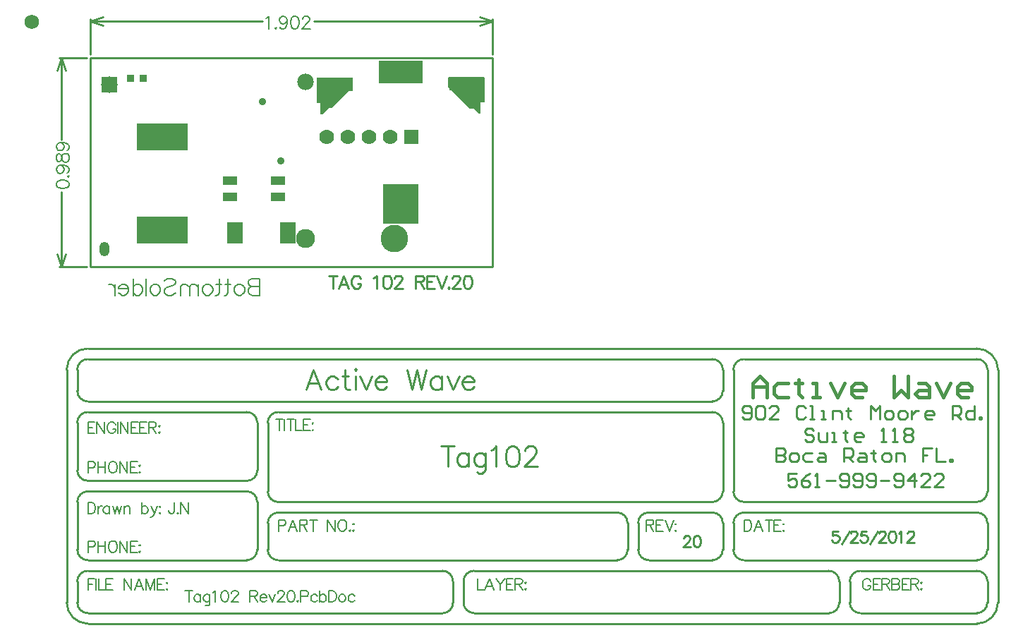
<source format=gbs>
%FSLAX25Y25*%
%MOIN*%
G70*
G01*
G75*
G04 Layer_Color=16711935*
%ADD10C,0.03000*%
%ADD11R,0.03600X0.03600*%
%ADD12R,0.05000X0.03600*%
%ADD13R,0.08000X0.06000*%
%ADD14R,0.02362X0.02362*%
%ADD15C,0.04000*%
%ADD16R,0.07400X0.04500*%
%ADD17R,0.03600X0.03600*%
%ADD18R,0.03600X0.05000*%
%ADD19R,0.02000X0.05000*%
%ADD20R,0.06299X0.05906*%
%ADD21R,0.02362X0.10000*%
%ADD22R,0.02362X0.09000*%
%ADD23R,0.07000X0.02362*%
%ADD24R,0.09000X0.02362*%
%ADD25O,0.02400X0.08000*%
%ADD26R,0.01378X0.03543*%
%ADD27R,0.01378X0.03543*%
%ADD28O,0.01600X0.06000*%
%ADD29O,0.01600X0.06000*%
%ADD30R,0.03000X0.03000*%
%ADD31R,0.03000X0.03000*%
%ADD32C,0.01000*%
%ADD33C,0.01228*%
%ADD34C,0.02000*%
%ADD35C,0.01200*%
%ADD36C,0.00800*%
%ADD37C,0.01400*%
%ADD38C,0.01500*%
%ADD39C,0.02500*%
%ADD40C,0.01600*%
%ADD41C,0.00600*%
%ADD42C,0.00900*%
%ADD43C,0.00500*%
%ADD44C,0.12200*%
%ADD45C,0.07000*%
%ADD46O,0.04000X0.06000*%
%ADD47C,0.06200*%
%ADD48R,0.06200X0.06200*%
%ADD49C,0.06000*%
%ADD50C,0.02800*%
%ADD51R,0.05700X0.03500*%
%ADD52R,0.07000X0.07000*%
%ADD53R,0.06693X0.09055*%
%ADD54R,0.23622X0.11811*%
%ADD55R,0.16000X0.18000*%
%ADD56R,0.20000X0.10000*%
%ADD57C,0.02000*%
%ADD58C,0.03200*%
%ADD59C,0.00984*%
%ADD60C,0.03500*%
%ADD61R,0.05500X0.07800*%
%ADD62R,0.05500X0.08300*%
%ADD63R,0.03200X0.03600*%
%ADD64R,0.27300X0.01800*%
%ADD65R,0.04400X0.04400*%
%ADD66R,0.05800X0.04400*%
%ADD67R,0.08800X0.06800*%
%ADD68R,0.03162X0.03162*%
%ADD69C,0.04800*%
%ADD70R,0.08200X0.05300*%
%ADD71R,0.04400X0.04400*%
%ADD72R,0.04400X0.05800*%
%ADD73R,0.02800X0.05800*%
%ADD74R,0.07099X0.06706*%
%ADD75R,0.03162X0.10800*%
%ADD76R,0.03162X0.09800*%
%ADD77R,0.07800X0.03162*%
%ADD78R,0.09800X0.03162*%
%ADD79O,0.03200X0.08800*%
%ADD80R,0.01778X0.03943*%
%ADD81R,0.01778X0.03943*%
%ADD82O,0.02000X0.06400*%
%ADD83O,0.02000X0.06400*%
%ADD84R,0.03800X0.03800*%
%ADD85R,0.03800X0.03800*%
%ADD86C,0.13000*%
%ADD87C,0.07800*%
%ADD88C,0.09000*%
%ADD89O,0.04800X0.06800*%
%ADD90C,0.06800*%
%ADD91C,0.03600*%
%ADD92R,0.06500X0.04300*%
%ADD93R,0.07800X0.07800*%
%ADD94R,0.07493X0.09855*%
%ADD95R,0.24422X0.12611*%
%ADD96R,0.16800X0.18800*%
%ADD97R,0.20800X0.10800*%
G36*
X700Y-3400D02*
X-900D01*
Y-8500D01*
X-1700D01*
X-12700Y2500D01*
X-15800D01*
Y7200D01*
X700D01*
Y-3400D01*
D02*
G37*
G36*
X-61300Y4100D02*
X-71400Y-6000D01*
X-75500D01*
Y-3100D01*
X-78200D01*
Y8200D01*
X-61300D01*
Y4100D01*
D02*
G37*
D32*
X-200000Y17800D02*
X-186900D01*
X-200000Y-81100D02*
X-186900D01*
X-199000Y-20838D02*
Y17800D01*
Y-81100D02*
Y-45662D01*
X-201000Y11800D02*
X-199000Y17800D01*
X-197000Y11800D01*
X-199000Y-81100D02*
X-197000Y-75100D01*
X-201000D02*
X-199000Y-81100D01*
X4800Y19300D02*
Y36000D01*
X-185400Y19300D02*
Y36000D01*
X-79817Y35000D02*
X4800D01*
X-185400D02*
X-103983D01*
X-1200Y37000D02*
X4800Y35000D01*
X-1200Y33000D02*
X4800Y35000D01*
X-185400D02*
X-179400Y33000D01*
X-185400Y35000D02*
X-179400Y37000D01*
X4800Y-81100D02*
Y17800D01*
X-185400D02*
X4800D01*
X-185400Y-81100D02*
X4800D01*
X-185400D02*
Y17800D01*
X-70600Y-85201D02*
Y-91200D01*
X-72600Y-85201D02*
X-68601D01*
X-63316Y-91200D02*
X-65601Y-85201D01*
X-67887Y-91200D01*
X-67030Y-89200D02*
X-64173D01*
X-57632Y-86629D02*
X-57917Y-86058D01*
X-58489Y-85487D01*
X-59060Y-85201D01*
X-60203D01*
X-60774Y-85487D01*
X-61345Y-86058D01*
X-61631Y-86629D01*
X-61917Y-87486D01*
Y-88915D01*
X-61631Y-89772D01*
X-61345Y-90343D01*
X-60774Y-90914D01*
X-60203Y-91200D01*
X-59060D01*
X-58489Y-90914D01*
X-57917Y-90343D01*
X-57632Y-89772D01*
Y-88915D01*
X-59060D02*
X-57632D01*
X-51547Y-86344D02*
X-50976Y-86058D01*
X-50119Y-85201D01*
Y-91200D01*
X-45434Y-85201D02*
X-46291Y-85487D01*
X-46863Y-86344D01*
X-47148Y-87772D01*
Y-88629D01*
X-46863Y-90057D01*
X-46291Y-90914D01*
X-45434Y-91200D01*
X-44863D01*
X-44006Y-90914D01*
X-43435Y-90057D01*
X-43149Y-88629D01*
Y-87772D01*
X-43435Y-86344D01*
X-44006Y-85487D01*
X-44863Y-85201D01*
X-45434D01*
X-41521Y-86629D02*
Y-86344D01*
X-41235Y-85773D01*
X-40950Y-85487D01*
X-40378Y-85201D01*
X-39236D01*
X-38664Y-85487D01*
X-38379Y-85773D01*
X-38093Y-86344D01*
Y-86915D01*
X-38379Y-87486D01*
X-38950Y-88344D01*
X-41807Y-91200D01*
X-37808D01*
X-31752Y-85201D02*
Y-91200D01*
Y-85201D02*
X-29181D01*
X-28324Y-85487D01*
X-28038Y-85773D01*
X-27753Y-86344D01*
Y-86915D01*
X-28038Y-87486D01*
X-28324Y-87772D01*
X-29181Y-88058D01*
X-31752D01*
X-29752D02*
X-27753Y-91200D01*
X-22696Y-85201D02*
X-26410D01*
Y-91200D01*
X-22696D01*
X-26410Y-88058D02*
X-24125D01*
X-21697Y-85201D02*
X-19411Y-91200D01*
X-17126Y-85201D02*
X-19411Y-91200D01*
X-16069Y-90629D02*
X-16355Y-90914D01*
X-16069Y-91200D01*
X-15784Y-90914D01*
X-16069Y-90629D01*
X-14184Y-86629D02*
Y-86344D01*
X-13898Y-85773D01*
X-13613Y-85487D01*
X-13041Y-85201D01*
X-11899D01*
X-11327Y-85487D01*
X-11042Y-85773D01*
X-10756Y-86344D01*
Y-86915D01*
X-11042Y-87486D01*
X-11613Y-88344D01*
X-14470Y-91200D01*
X-10470D01*
X-7414Y-85201D02*
X-8271Y-85487D01*
X-8842Y-86344D01*
X-9128Y-87772D01*
Y-88629D01*
X-8842Y-90057D01*
X-8271Y-90914D01*
X-7414Y-91200D01*
X-6843D01*
X-5986Y-90914D01*
X-5414Y-90057D01*
X-5129Y-88629D01*
Y-87772D01*
X-5414Y-86344D01*
X-5986Y-85487D01*
X-6843Y-85201D01*
X-7414D01*
X-14008Y-229618D02*
G03*
X-19008Y-224618I-5000J0D01*
G01*
X-18892Y-244618D02*
G03*
X-14010Y-239650I84J4800D01*
G01*
X-4008Y-224618D02*
G03*
X-9008Y-229618I0J-5000D01*
G01*
Y-239618D02*
G03*
X-4095Y-244617I5000J0D01*
G01*
X168492Y-229618D02*
G03*
X163492Y-224618I-5000J0D01*
G01*
X163608Y-244618D02*
G03*
X168490Y-239650I84J4800D01*
G01*
X173492Y-239718D02*
G03*
X178478Y-244617I4900J0D01*
G01*
X178492Y-224618D02*
G03*
X173492Y-229618I0J-5000D01*
G01*
X-106508Y-154518D02*
G03*
X-111408Y-149618I-4900J0D01*
G01*
X-111308Y-182118D02*
G03*
X-106508Y-177318I0J4800D01*
G01*
Y-192018D02*
G03*
X-111579Y-187121I-4900J0D01*
G01*
X-101508Y-187218D02*
G03*
X-96608Y-192118I4900J0D01*
G01*
X-101508Y-214718D02*
G03*
X-96608Y-219618I4900J0D01*
G01*
X-111408D02*
G03*
X-106508Y-214718I0J4900D01*
G01*
X68492Y-202018D02*
G03*
X63592Y-197118I-4900J0D01*
G01*
Y-219618D02*
G03*
X68491Y-214632I0J4900D01*
G01*
X73492Y-214518D02*
G03*
X78503Y-219617I5100J0D01*
G01*
X78292Y-197118D02*
G03*
X73499Y-202169I0J-4800D01*
G01*
X-96508Y-197118D02*
G03*
X-101508Y-202118I0J-5000D01*
G01*
X-96508Y-149618D02*
G03*
X-101508Y-154618I0J-5000D01*
G01*
X-191508Y-214618D02*
G03*
X-186595Y-219617I5000J0D01*
G01*
X-186508Y-187118D02*
G03*
X-191508Y-192118I0J-5000D01*
G01*
Y-177118D02*
G03*
X-186508Y-182118I5000J0D01*
G01*
Y-149618D02*
G03*
X-191508Y-154618I0J-5000D01*
G01*
Y-139618D02*
G03*
X-186508Y-144618I5000J0D01*
G01*
Y-124618D02*
G03*
X-191508Y-129618I0J-5000D01*
G01*
X113492D02*
G03*
X108492Y-124618I-5000J0D01*
G01*
X123492D02*
G03*
X118492Y-129618I0J-5000D01*
G01*
X108492Y-144618D02*
G03*
X113492Y-139618I0J5000D01*
G01*
Y-154618D02*
G03*
X108492Y-149618I-5000J0D01*
G01*
X-186508Y-224618D02*
G03*
X-191508Y-229618I0J-5000D01*
G01*
X108579Y-192118D02*
G03*
X113493Y-187118I-87J5000D01*
G01*
X-191508Y-239618D02*
G03*
X-186595Y-244617I5000J0D01*
G01*
X113492Y-202018D02*
G03*
X108592Y-197118I-4900J0D01*
G01*
X118492Y-214718D02*
G03*
X123477Y-219617I4900J0D01*
G01*
X108492Y-219618D02*
G03*
X113492Y-214618I0J5000D01*
G01*
X233492Y-244618D02*
G03*
X238492Y-239618I0J5000D01*
G01*
X238492Y-229530D02*
G03*
X233492Y-224617I-5000J-87D01*
G01*
Y-219618D02*
G03*
X238492Y-214618I0J5000D01*
G01*
Y-129518D02*
G03*
X233421Y-124621I-4900J0D01*
G01*
X243492Y-129618D02*
G03*
X233492Y-119618I-10000J0D01*
G01*
Y-249618D02*
G03*
X243492Y-239618I0J10000D01*
G01*
X-196508Y-239518D02*
G03*
X-186584Y-249616I10100J0D01*
G01*
X-186508Y-119618D02*
G03*
X-196508Y-129618I0J-10000D01*
G01*
X118492Y-187118D02*
G03*
X123492Y-192118I5000J0D01*
G01*
X233492D02*
G03*
X238492Y-187118I0J5000D01*
G01*
X123492Y-197118D02*
G03*
X118492Y-202118I0J-5000D01*
G01*
X238492Y-202018D02*
G03*
X233592Y-197118I-4900J0D01*
G01*
X-4008Y-244618D02*
X163492D01*
X-186508D02*
X-19008D01*
X-186508Y-224618D02*
X-19008D01*
X-4008D02*
X163492D01*
X178492Y-244618D02*
X233492D01*
X178492Y-224618D02*
X233492D01*
X-186508Y-124618D02*
X108492D01*
X-186508Y-249618D02*
X233492D01*
X-186508Y-119618D02*
X233492D01*
X-186508Y-219618D02*
X-111508D01*
X-186508Y-187118D02*
X-111508D01*
X-186508Y-182118D02*
X-111508D01*
X-186508Y-149618D02*
X-111508D01*
X-186508Y-144618D02*
X108492D01*
X-96508Y-149618D02*
X108492D01*
X-96508Y-197118D02*
X63492D01*
X-96508Y-219618D02*
X63492D01*
X78492D02*
X108492D01*
X78492Y-197118D02*
X108492D01*
X123492Y-219618D02*
X233492D01*
X123492Y-124618D02*
X233492D01*
X-96508Y-192118D02*
X108492D01*
X123492D02*
X233492D01*
X123492Y-197118D02*
X233492D01*
X-14008Y-239618D02*
Y-229618D01*
X-9008Y-239618D02*
Y-229618D01*
X168492Y-239618D02*
Y-229618D01*
X173492Y-239618D02*
Y-229618D01*
X243492Y-239618D02*
Y-129618D01*
X-191508Y-214618D02*
Y-192118D01*
X-106508Y-214618D02*
Y-192118D01*
X-191508Y-177118D02*
Y-154618D01*
X-106508Y-177118D02*
Y-154618D01*
X-191508Y-139618D02*
Y-129618D01*
X113492Y-139618D02*
Y-129618D01*
Y-187118D02*
Y-154618D01*
X-101508Y-187118D02*
Y-154618D01*
X68492Y-214618D02*
Y-202118D01*
X-101508Y-214618D02*
Y-202118D01*
X73492Y-214618D02*
Y-202118D01*
X113492Y-214618D02*
Y-202118D01*
X238492Y-239618D02*
Y-229618D01*
X-191508Y-239618D02*
Y-229618D01*
X-196508Y-239618D02*
Y-129618D01*
X118492Y-187118D02*
Y-129618D01*
X238492Y-187118D02*
Y-129618D01*
X118492Y-214618D02*
Y-202118D01*
X238492Y-214618D02*
Y-202018D01*
X138652Y-166692D02*
Y-173090D01*
X141851D01*
X142918Y-172023D01*
Y-170957D01*
X141851Y-169891D01*
X138652D01*
X141851D01*
X142918Y-168825D01*
Y-167758D01*
X141851Y-166692D01*
X138652D01*
X146116Y-173090D02*
X148249D01*
X149316Y-172023D01*
Y-169891D01*
X148249Y-168825D01*
X146116D01*
X145050Y-169891D01*
Y-172023D01*
X146116Y-173090D01*
X155713Y-168825D02*
X152514D01*
X151448Y-169891D01*
Y-172023D01*
X152514Y-173090D01*
X155713D01*
X158912Y-168825D02*
X161045D01*
X162111Y-169891D01*
Y-173090D01*
X158912D01*
X157846Y-172023D01*
X158912Y-170957D01*
X162111D01*
X170642Y-173090D02*
Y-166692D01*
X173841D01*
X174907Y-167758D01*
Y-169891D01*
X173841Y-170957D01*
X170642D01*
X172775D02*
X174907Y-173090D01*
X178106Y-168825D02*
X180239D01*
X181305Y-169891D01*
Y-173090D01*
X178106D01*
X177040Y-172023D01*
X178106Y-170957D01*
X181305D01*
X184504Y-167758D02*
Y-168825D01*
X183438D01*
X185570D01*
X184504D01*
Y-172023D01*
X185570Y-173090D01*
X189836D02*
X191968D01*
X193035Y-172023D01*
Y-169891D01*
X191968Y-168825D01*
X189836D01*
X188769Y-169891D01*
Y-172023D01*
X189836Y-173090D01*
X195167D02*
Y-168825D01*
X198366D01*
X199433Y-169891D01*
Y-173090D01*
X212228Y-166692D02*
X207963D01*
Y-169891D01*
X210096D01*
X207963D01*
Y-173090D01*
X214361Y-166692D02*
Y-173090D01*
X218626D01*
X220759D02*
Y-172023D01*
X221825D01*
Y-173090D01*
X220759D01*
X122652Y-152023D02*
X123719Y-153090D01*
X125851D01*
X126918Y-152023D01*
Y-147758D01*
X125851Y-146692D01*
X123719D01*
X122652Y-147758D01*
Y-148825D01*
X123719Y-149891D01*
X126918D01*
X129050Y-147758D02*
X130116Y-146692D01*
X132249D01*
X133316Y-147758D01*
Y-152023D01*
X132249Y-153090D01*
X130116D01*
X129050Y-152023D01*
Y-147758D01*
X139713Y-153090D02*
X135448D01*
X139713Y-148825D01*
Y-147758D01*
X138647Y-146692D01*
X136514D01*
X135448Y-147758D01*
X152509D02*
X151443Y-146692D01*
X149310D01*
X148244Y-147758D01*
Y-152023D01*
X149310Y-153090D01*
X151443D01*
X152509Y-152023D01*
X154642Y-153090D02*
X156774D01*
X155708D01*
Y-146692D01*
X154642D01*
X159974Y-153090D02*
X162106D01*
X161040D01*
Y-148825D01*
X159974D01*
X165305Y-153090D02*
Y-148825D01*
X168504D01*
X169570Y-149891D01*
Y-153090D01*
X172769Y-147758D02*
Y-148825D01*
X171703D01*
X173836D01*
X172769D01*
Y-152023D01*
X173836Y-153090D01*
X183433D02*
Y-146692D01*
X185565Y-148825D01*
X187698Y-146692D01*
Y-153090D01*
X190897D02*
X193029D01*
X194096Y-152023D01*
Y-149891D01*
X193029Y-148825D01*
X190897D01*
X189831Y-149891D01*
Y-152023D01*
X190897Y-153090D01*
X197295D02*
X199427D01*
X200494Y-152023D01*
Y-149891D01*
X199427Y-148825D01*
X197295D01*
X196228Y-149891D01*
Y-152023D01*
X197295Y-153090D01*
X202626Y-148825D02*
Y-153090D01*
Y-150957D01*
X203693Y-149891D01*
X204759Y-148825D01*
X205825D01*
X212223Y-153090D02*
X210091D01*
X209024Y-152023D01*
Y-149891D01*
X210091Y-148825D01*
X212223D01*
X213290Y-149891D01*
Y-150957D01*
X209024D01*
X221820Y-153090D02*
Y-146692D01*
X225019D01*
X226085Y-147758D01*
Y-149891D01*
X225019Y-150957D01*
X221820D01*
X223953D02*
X226085Y-153090D01*
X232483Y-146692D02*
Y-153090D01*
X229284D01*
X228218Y-152023D01*
Y-149891D01*
X229284Y-148825D01*
X232483D01*
X234616Y-153090D02*
Y-152023D01*
X235682D01*
Y-153090D01*
X234616D01*
X148417Y-178692D02*
X144152D01*
Y-181891D01*
X146285Y-180824D01*
X147351D01*
X148417Y-181891D01*
Y-184023D01*
X147351Y-185090D01*
X145219D01*
X144152Y-184023D01*
X154815Y-178692D02*
X152683Y-179758D01*
X150550Y-181891D01*
Y-184023D01*
X151617Y-185090D01*
X153749D01*
X154815Y-184023D01*
Y-182957D01*
X153749Y-181891D01*
X150550D01*
X156948Y-185090D02*
X159081D01*
X158014D01*
Y-178692D01*
X156948Y-179758D01*
X162280Y-181891D02*
X166545D01*
X168678Y-184023D02*
X169744Y-185090D01*
X171877D01*
X172943Y-184023D01*
Y-179758D01*
X171877Y-178692D01*
X169744D01*
X168678Y-179758D01*
Y-180824D01*
X169744Y-181891D01*
X172943D01*
X175076Y-184023D02*
X176142Y-185090D01*
X178275D01*
X179341Y-184023D01*
Y-179758D01*
X178275Y-178692D01*
X176142D01*
X175076Y-179758D01*
Y-180824D01*
X176142Y-181891D01*
X179341D01*
X181474Y-184023D02*
X182540Y-185090D01*
X184672D01*
X185739Y-184023D01*
Y-179758D01*
X184672Y-178692D01*
X182540D01*
X181474Y-179758D01*
Y-180824D01*
X182540Y-181891D01*
X185739D01*
X187871D02*
X192137D01*
X194269Y-184023D02*
X195336Y-185090D01*
X197468D01*
X198535Y-184023D01*
Y-179758D01*
X197468Y-178692D01*
X195336D01*
X194269Y-179758D01*
Y-180824D01*
X195336Y-181891D01*
X198535D01*
X203866Y-185090D02*
Y-178692D01*
X200667Y-181891D01*
X204933D01*
X211331Y-185090D02*
X207065D01*
X211331Y-180824D01*
Y-179758D01*
X210264Y-178692D01*
X208132D01*
X207065Y-179758D01*
X217728Y-185090D02*
X213463D01*
X217728Y-180824D01*
Y-179758D01*
X216662Y-178692D01*
X214529D01*
X213463Y-179758D01*
X156418Y-158258D02*
X155351Y-157192D01*
X153219D01*
X152152Y-158258D01*
Y-159325D01*
X153219Y-160391D01*
X155351D01*
X156418Y-161457D01*
Y-162523D01*
X155351Y-163590D01*
X153219D01*
X152152Y-162523D01*
X158550Y-159325D02*
Y-162523D01*
X159616Y-163590D01*
X162815D01*
Y-159325D01*
X164948Y-163590D02*
X167081D01*
X166014D01*
Y-159325D01*
X164948D01*
X171346Y-158258D02*
Y-159325D01*
X170280D01*
X172412D01*
X171346D01*
Y-162523D01*
X172412Y-163590D01*
X178810D02*
X176678D01*
X175611Y-162523D01*
Y-160391D01*
X176678Y-159325D01*
X178810D01*
X179877Y-160391D01*
Y-161457D01*
X175611D01*
X188407Y-163590D02*
X190540D01*
X189473D01*
Y-157192D01*
X188407Y-158258D01*
X193739Y-163590D02*
X195871D01*
X194805D01*
Y-157192D01*
X193739Y-158258D01*
X199070D02*
X200137Y-157192D01*
X202269D01*
X203336Y-158258D01*
Y-159325D01*
X202269Y-160391D01*
X203336Y-161457D01*
Y-162523D01*
X202269Y-163590D01*
X200137D01*
X199070Y-162523D01*
Y-161457D01*
X200137Y-160391D01*
X199070Y-159325D01*
Y-158258D01*
X200137Y-160391D02*
X202269D01*
D36*
X-15700Y3700D02*
X800D01*
X-15200Y3200D02*
X800D01*
X-1600Y-3100D02*
Y8200D01*
X-1100Y-3100D02*
Y8200D01*
X400Y-3100D02*
Y8200D01*
X800Y-3100D02*
Y8200D01*
X-600Y-3100D02*
Y8200D01*
X-100Y-3100D02*
Y8200D01*
X-16100Y7200D02*
X800D01*
X-16100Y6700D02*
X800D01*
X-16100Y8200D02*
X800D01*
X-16100Y7700D02*
X800D01*
X-16100Y4700D02*
X800D01*
X-16100Y4200D02*
X800D01*
X-16100Y6200D02*
X800D01*
X-16100Y5200D02*
X800D01*
X-16100Y5700D02*
X800D01*
X-9200Y-2800D02*
X800D01*
X-1900Y-3100D02*
X800D01*
X-10200Y-1800D02*
X800D01*
X-9700Y-2300D02*
X800D01*
X-1900Y-6000D02*
Y-3100D01*
X-6000Y-6000D02*
X-1900D01*
X-6700Y-5300D02*
X-1900D01*
X-6200Y-5800D02*
X-1900D01*
X-13700Y1700D02*
X800D01*
X-13200Y1200D02*
X800D01*
X-14700Y2700D02*
X800D01*
X-14200Y2200D02*
X800D01*
X-11200Y-800D02*
X800D01*
X-10700Y-1300D02*
X800D01*
X-12700Y700D02*
X800D01*
X-11700Y-300D02*
X800D01*
X-12200Y200D02*
X800D01*
X-4600Y-6000D02*
Y8200D01*
X-4100Y-6000D02*
Y8200D01*
X-5600Y-6000D02*
Y8200D01*
X-5100Y-6000D02*
Y8200D01*
X-2600Y-6000D02*
Y8200D01*
X-2100Y-6000D02*
Y8200D01*
X-3600Y-6000D02*
Y8200D01*
X-3100Y-6000D02*
Y8200D01*
X-9100Y-2900D02*
Y8200D01*
X-8600Y-3400D02*
Y8200D01*
X-14100Y2100D02*
Y8200D01*
X-13600Y1600D02*
Y8200D01*
X-6600Y-5400D02*
Y8200D01*
X-6100Y-5900D02*
Y8200D01*
X-8100Y-3900D02*
Y8200D01*
X-7100Y-4900D02*
Y8200D01*
X-7600Y-4400D02*
Y8200D01*
X-10100Y-1900D02*
Y8200D01*
X-9600Y-2400D02*
Y8200D01*
X-11100Y-900D02*
Y8200D01*
X-10600Y-1400D02*
Y8200D01*
X-7700Y-4300D02*
X-1900D01*
X-7200Y-4800D02*
X-1900D01*
X-8700Y-3300D02*
X-1900D01*
X-8200Y-3800D02*
X-1900D01*
X-15100Y3100D02*
Y8200D01*
X-14600Y2600D02*
Y8200D01*
X-16100Y4100D02*
Y8200D01*
X-15600Y3600D02*
Y8200D01*
X-11600Y-400D02*
Y8200D01*
X-16100Y4100D02*
X-6000Y-6000D01*
X-13100Y1100D02*
Y8200D01*
X-12100Y100D02*
Y8200D01*
X-12600Y600D02*
Y8200D01*
X-61600Y2500D02*
Y7200D01*
Y2500D02*
Y7200D01*
X-62600Y2500D02*
Y7200D01*
X-62100Y2500D02*
Y7200D01*
X-63600Y2500D02*
Y7200D01*
X-63100Y2500D02*
Y7200D01*
X-65100Y2100D02*
Y7200D01*
X-64100Y2500D02*
Y7200D01*
X-64600Y2500D02*
Y7200D01*
X-78100D02*
X-61600D01*
X-78100Y6700D02*
X-61600D01*
X-66100Y1100D02*
Y7200D01*
X-65600Y1600D02*
Y7200D01*
X-67100Y100D02*
Y7200D01*
X-66600Y600D02*
Y7200D01*
X-68600Y-1400D02*
Y7200D01*
X-67600Y-400D02*
Y7200D01*
X-68100Y-900D02*
Y7200D01*
X-78100Y4700D02*
X-61600D01*
X-78100Y4200D02*
X-61600D01*
X-78100Y6200D02*
X-61600D01*
X-78100Y5700D02*
X-61600D01*
X-78100Y3700D02*
X-61600D01*
X-78100Y3200D02*
X-61600D01*
X-78100Y2700D02*
X-61600D01*
X-64700Y2500D02*
X-61600D01*
X-75700Y-8500D02*
X-64700Y2500D01*
X-78100Y5200D02*
X-61600D01*
X-78100Y2200D02*
X-65000D01*
X-78100Y1700D02*
X-65500D01*
X-78100Y1200D02*
X-66000D01*
X-78100Y700D02*
X-66500D01*
X-78100Y200D02*
X-67000D01*
X-78100Y-300D02*
X-67500D01*
X-78100Y-1300D02*
X-68500D01*
X-78100Y-800D02*
X-68000D01*
X-70100Y-2900D02*
Y7200D01*
X-69600Y-2400D02*
Y7200D01*
X-71100Y-3900D02*
Y7200D01*
X-70600Y-3400D02*
Y7200D01*
X-72100Y-4900D02*
Y7200D01*
X-71600Y-4400D02*
Y7200D01*
X-73600Y-6400D02*
Y7200D01*
X-72600Y-5400D02*
Y7200D01*
X-73100Y-5900D02*
Y7200D01*
X-77100Y-3400D02*
Y7200D01*
X-76600Y-3400D02*
Y7200D01*
X-78100Y-3400D02*
Y7200D01*
X-77600Y-3400D02*
Y7200D01*
X-74600Y-7400D02*
Y7200D01*
X-74100Y-6900D02*
Y7200D01*
X-76100Y-8500D02*
Y7200D01*
X-75100Y-7900D02*
Y7200D01*
X-75600Y-8400D02*
Y7200D01*
X-69100Y-1900D02*
Y7200D01*
X-76500Y-3800D02*
X-71000D01*
X-76500Y-4300D02*
X-71500D01*
X-76500Y-4800D02*
X-72000D01*
X-76500Y-5300D02*
X-72500D01*
X-76500Y-5800D02*
X-73000D01*
X-76500Y-8500D02*
Y-3400D01*
Y-8300D02*
X-75500D01*
X-76500Y-7800D02*
X-75000D01*
X-78100Y-1800D02*
X-69000D01*
X-78100Y-2300D02*
X-69500D01*
X-78100Y-2800D02*
X-70000D01*
X-78100Y-3300D02*
X-70500D01*
X-76500Y-6300D02*
X-73500D01*
X-76500Y-6800D02*
X-74000D01*
X-78100Y-3400D02*
X-76500D01*
Y-8500D02*
X-75700D01*
X-76500Y-7300D02*
X-74500D01*
X-105300Y-86502D02*
Y-94500D01*
Y-86502D02*
X-108728D01*
X-109871Y-86883D01*
X-110251Y-87264D01*
X-110632Y-88025D01*
Y-88787D01*
X-110251Y-89549D01*
X-109871Y-89929D01*
X-108728Y-90310D01*
X-105300D02*
X-108728D01*
X-109871Y-90691D01*
X-110251Y-91072D01*
X-110632Y-91834D01*
Y-92976D01*
X-110251Y-93738D01*
X-109871Y-94119D01*
X-108728Y-94500D01*
X-105300D01*
X-114327Y-89168D02*
X-113565Y-89549D01*
X-112803Y-90310D01*
X-112422Y-91453D01*
Y-92215D01*
X-112803Y-93357D01*
X-113565Y-94119D01*
X-114327Y-94500D01*
X-115469D01*
X-116231Y-94119D01*
X-116993Y-93357D01*
X-117374Y-92215D01*
Y-91453D01*
X-116993Y-90310D01*
X-116231Y-89549D01*
X-115469Y-89168D01*
X-114327D01*
X-120268Y-86502D02*
Y-92976D01*
X-120649Y-94119D01*
X-121411Y-94500D01*
X-122173D01*
X-119126Y-89168D02*
X-121792D01*
X-124458Y-86502D02*
Y-92976D01*
X-124839Y-94119D01*
X-125600Y-94500D01*
X-126362D01*
X-123315Y-89168D02*
X-125981D01*
X-129409D02*
X-128647Y-89549D01*
X-127886Y-90310D01*
X-127505Y-91453D01*
Y-92215D01*
X-127886Y-93357D01*
X-128647Y-94119D01*
X-129409Y-94500D01*
X-130552D01*
X-131314Y-94119D01*
X-132075Y-93357D01*
X-132456Y-92215D01*
Y-91453D01*
X-132075Y-90310D01*
X-131314Y-89549D01*
X-130552Y-89168D01*
X-129409D01*
X-134208D02*
Y-94500D01*
Y-90691D02*
X-135351Y-89549D01*
X-136112Y-89168D01*
X-137255D01*
X-138017Y-89549D01*
X-138398Y-90691D01*
Y-94500D01*
Y-90691D02*
X-139540Y-89549D01*
X-140302Y-89168D01*
X-141445D01*
X-142206Y-89549D01*
X-142587Y-90691D01*
Y-94500D01*
X-150433Y-87644D02*
X-149671Y-86883D01*
X-148529Y-86502D01*
X-147005D01*
X-145863Y-86883D01*
X-145101Y-87644D01*
Y-88406D01*
X-145482Y-89168D01*
X-145863Y-89549D01*
X-146625Y-89929D01*
X-148910Y-90691D01*
X-149671Y-91072D01*
X-150052Y-91453D01*
X-150433Y-92215D01*
Y-93357D01*
X-149671Y-94119D01*
X-148529Y-94500D01*
X-147005D01*
X-145863Y-94119D01*
X-145101Y-93357D01*
X-154128Y-89168D02*
X-153366Y-89549D01*
X-152604Y-90310D01*
X-152223Y-91453D01*
Y-92215D01*
X-152604Y-93357D01*
X-153366Y-94119D01*
X-154128Y-94500D01*
X-155270D01*
X-156032Y-94119D01*
X-156794Y-93357D01*
X-157175Y-92215D01*
Y-91453D01*
X-156794Y-90310D01*
X-156032Y-89549D01*
X-155270Y-89168D01*
X-154128D01*
X-158927Y-86502D02*
Y-94500D01*
X-165173Y-86502D02*
Y-94500D01*
Y-90310D02*
X-164411Y-89549D01*
X-163649Y-89168D01*
X-162507D01*
X-161745Y-89549D01*
X-160983Y-90310D01*
X-160602Y-91453D01*
Y-92215D01*
X-160983Y-93357D01*
X-161745Y-94119D01*
X-162507Y-94500D01*
X-163649D01*
X-164411Y-94119D01*
X-165173Y-93357D01*
X-167306Y-91453D02*
X-171876D01*
Y-90691D01*
X-171495Y-89929D01*
X-171115Y-89549D01*
X-170353Y-89168D01*
X-169210D01*
X-168448Y-89549D01*
X-167687Y-90310D01*
X-167306Y-91453D01*
Y-92215D01*
X-167687Y-93357D01*
X-168448Y-94119D01*
X-169210Y-94500D01*
X-170353D01*
X-171115Y-94119D01*
X-171876Y-93357D01*
X-173590Y-89168D02*
Y-94500D01*
Y-91453D02*
X-173971Y-90310D01*
X-174733Y-89549D01*
X-175495Y-89168D01*
X-176637D01*
X-145672Y-192391D02*
Y-196454D01*
X-145926Y-197215D01*
X-146180Y-197469D01*
X-146688Y-197723D01*
X-147196D01*
X-147704Y-197469D01*
X-147958Y-197215D01*
X-148212Y-196454D01*
Y-195946D01*
X-144047Y-197215D02*
X-144301Y-197469D01*
X-144047Y-197723D01*
X-143793Y-197469D01*
X-144047Y-197215D01*
X-142625Y-192391D02*
Y-197723D01*
Y-192391D02*
X-139070Y-197723D01*
Y-192391D02*
Y-197723D01*
D38*
X127652Y-142590D02*
Y-135925D01*
X130984Y-132593D01*
X134317Y-135925D01*
Y-142590D01*
Y-137591D01*
X127652D01*
X144314Y-135925D02*
X139315D01*
X137649Y-137591D01*
Y-140924D01*
X139315Y-142590D01*
X144314D01*
X149312Y-134259D02*
Y-135925D01*
X147646D01*
X150978D01*
X149312D01*
Y-140924D01*
X150978Y-142590D01*
X155976D02*
X159309D01*
X157643D01*
Y-135925D01*
X155976D01*
X164307D02*
X167639Y-142590D01*
X170972Y-135925D01*
X179302Y-142590D02*
X175970D01*
X174304Y-140924D01*
Y-137591D01*
X175970Y-135925D01*
X179302D01*
X180968Y-137591D01*
Y-139258D01*
X174304D01*
X194297Y-132593D02*
Y-142590D01*
X197630Y-139258D01*
X200962Y-142590D01*
Y-132593D01*
X205960Y-135925D02*
X209293D01*
X210959Y-137591D01*
Y-142590D01*
X205960D01*
X204294Y-140924D01*
X205960Y-139258D01*
X210959D01*
X214291Y-135925D02*
X217623Y-142590D01*
X220955Y-135925D01*
X229286Y-142590D02*
X225954D01*
X224288Y-140924D01*
Y-137591D01*
X225954Y-135925D01*
X229286D01*
X230952Y-137591D01*
Y-139258D01*
X224288D01*
D41*
X-201399Y-42348D02*
X-201114Y-43205D01*
X-200257Y-43776D01*
X-198828Y-44062D01*
X-197971D01*
X-196543Y-43776D01*
X-195686Y-43205D01*
X-195401Y-42348D01*
Y-41777D01*
X-195686Y-40920D01*
X-196543Y-40349D01*
X-197971Y-40063D01*
X-198828D01*
X-200257Y-40349D01*
X-201114Y-40920D01*
X-201399Y-41777D01*
Y-42348D01*
X-195972Y-38435D02*
X-195686Y-38720D01*
X-195401Y-38435D01*
X-195686Y-38149D01*
X-195972Y-38435D01*
X-199400Y-33121D02*
X-198543Y-33407D01*
X-197971Y-33978D01*
X-197686Y-34835D01*
Y-35121D01*
X-197971Y-35978D01*
X-198543Y-36549D01*
X-199400Y-36835D01*
X-199685D01*
X-200542Y-36549D01*
X-201114Y-35978D01*
X-201399Y-35121D01*
Y-34835D01*
X-201114Y-33978D01*
X-200542Y-33407D01*
X-199400Y-33121D01*
X-197971D01*
X-196543Y-33407D01*
X-195686Y-33978D01*
X-195401Y-34835D01*
Y-35407D01*
X-195686Y-36264D01*
X-196258Y-36549D01*
X-201399Y-30065D02*
X-201114Y-30922D01*
X-200542Y-31208D01*
X-199971D01*
X-199400Y-30922D01*
X-199114Y-30351D01*
X-198828Y-29208D01*
X-198543Y-28351D01*
X-197971Y-27780D01*
X-197400Y-27494D01*
X-196543D01*
X-195972Y-27780D01*
X-195686Y-28065D01*
X-195401Y-28922D01*
Y-30065D01*
X-195686Y-30922D01*
X-195972Y-31208D01*
X-196543Y-31493D01*
X-197400D01*
X-197971Y-31208D01*
X-198543Y-30636D01*
X-198828Y-29779D01*
X-199114Y-28637D01*
X-199400Y-28065D01*
X-199971Y-27780D01*
X-200542D01*
X-201114Y-28065D01*
X-201399Y-28922D01*
Y-30065D01*
X-199400Y-22438D02*
X-198543Y-22724D01*
X-197971Y-23295D01*
X-197686Y-24152D01*
Y-24438D01*
X-197971Y-25295D01*
X-198543Y-25866D01*
X-199400Y-26151D01*
X-199685D01*
X-200542Y-25866D01*
X-201114Y-25295D01*
X-201399Y-24438D01*
Y-24152D01*
X-201114Y-23295D01*
X-200542Y-22724D01*
X-199400Y-22438D01*
X-197971D01*
X-196543Y-22724D01*
X-195686Y-23295D01*
X-195401Y-24152D01*
Y-24723D01*
X-195686Y-25580D01*
X-196258Y-25866D01*
X-102383Y36257D02*
X-101812Y36542D01*
X-100955Y37399D01*
Y31401D01*
X-97699Y31972D02*
X-97984Y31686D01*
X-97699Y31401D01*
X-97413Y31686D01*
X-97699Y31972D01*
X-92386Y35400D02*
X-92671Y34543D01*
X-93243Y33972D01*
X-94099Y33686D01*
X-94385D01*
X-95242Y33972D01*
X-95814Y34543D01*
X-96099Y35400D01*
Y35685D01*
X-95814Y36542D01*
X-95242Y37114D01*
X-94385Y37399D01*
X-94099D01*
X-93243Y37114D01*
X-92671Y36542D01*
X-92386Y35400D01*
Y33972D01*
X-92671Y32543D01*
X-93243Y31686D01*
X-94099Y31401D01*
X-94671D01*
X-95528Y31686D01*
X-95814Y32258D01*
X-89043Y37399D02*
X-89900Y37114D01*
X-90472Y36257D01*
X-90757Y34828D01*
Y33972D01*
X-90472Y32543D01*
X-89900Y31686D01*
X-89043Y31401D01*
X-88472D01*
X-87615Y31686D01*
X-87044Y32543D01*
X-86758Y33972D01*
Y34828D01*
X-87044Y36257D01*
X-87615Y37114D01*
X-88472Y37399D01*
X-89043D01*
X-85130Y35971D02*
Y36257D01*
X-84844Y36828D01*
X-84559Y37114D01*
X-83987Y37399D01*
X-82845D01*
X-82274Y37114D01*
X-81988Y36828D01*
X-81702Y36257D01*
Y35685D01*
X-81988Y35114D01*
X-82559Y34257D01*
X-85416Y31401D01*
X-81416D01*
D42*
X-16501Y-165802D02*
Y-175400D01*
X-19700Y-165802D02*
X-13301D01*
X-6674Y-169001D02*
Y-175400D01*
Y-170372D02*
X-7588Y-169458D01*
X-8502Y-169001D01*
X-9873D01*
X-10788Y-169458D01*
X-11702Y-170372D01*
X-12159Y-171744D01*
Y-172658D01*
X-11702Y-174029D01*
X-10788Y-174943D01*
X-9873Y-175400D01*
X-8502D01*
X-7588Y-174943D01*
X-6674Y-174029D01*
X1370Y-169001D02*
Y-176314D01*
X913Y-177685D01*
X456Y-178142D01*
X-458Y-178599D01*
X-1830D01*
X-2744Y-178142D01*
X1370Y-170372D02*
X456Y-169458D01*
X-458Y-169001D01*
X-1830D01*
X-2744Y-169458D01*
X-3658Y-170372D01*
X-4115Y-171744D01*
Y-172658D01*
X-3658Y-174029D01*
X-2744Y-174943D01*
X-1830Y-175400D01*
X-458D01*
X456Y-174943D01*
X1370Y-174029D01*
X3929Y-167630D02*
X4843Y-167173D01*
X6214Y-165802D01*
Y-175400D01*
X13710Y-165802D02*
X12339Y-166259D01*
X11425Y-167630D01*
X10968Y-169915D01*
Y-171287D01*
X11425Y-173572D01*
X12339Y-174943D01*
X13710Y-175400D01*
X14624D01*
X15995Y-174943D01*
X16909Y-173572D01*
X17366Y-171287D01*
Y-169915D01*
X16909Y-167630D01*
X15995Y-166259D01*
X14624Y-165802D01*
X13710D01*
X19972Y-168087D02*
Y-167630D01*
X20428Y-166716D01*
X20886Y-166259D01*
X21800Y-165802D01*
X23628D01*
X24542Y-166259D01*
X24999Y-166716D01*
X25456Y-167630D01*
Y-168544D01*
X24999Y-169458D01*
X24085Y-170829D01*
X19514Y-175400D01*
X25913D01*
X-76195Y-139118D02*
X-79852Y-129520D01*
X-83508Y-139118D01*
X-82137Y-135918D02*
X-77566D01*
X-68471Y-134090D02*
X-69385Y-133176D01*
X-70300Y-132719D01*
X-71671D01*
X-72585Y-133176D01*
X-73499Y-134090D01*
X-73956Y-135461D01*
Y-136375D01*
X-73499Y-137747D01*
X-72585Y-138661D01*
X-71671Y-139118D01*
X-70300D01*
X-69385Y-138661D01*
X-68471Y-137747D01*
X-65043Y-129520D02*
Y-137290D01*
X-64586Y-138661D01*
X-63672Y-139118D01*
X-62758D01*
X-66415Y-132719D02*
X-63215D01*
X-60473Y-129520D02*
X-60016Y-129977D01*
X-59559Y-129520D01*
X-60016Y-129063D01*
X-60473Y-129520D01*
X-60016Y-132719D02*
Y-139118D01*
X-57868Y-132719D02*
X-55126Y-139118D01*
X-52383Y-132719D02*
X-55126Y-139118D01*
X-50829Y-135461D02*
X-45345D01*
Y-134547D01*
X-45802Y-133633D01*
X-46259Y-133176D01*
X-47173Y-132719D01*
X-48544D01*
X-49458Y-133176D01*
X-50372Y-134090D01*
X-50829Y-135461D01*
Y-136375D01*
X-50372Y-137747D01*
X-49458Y-138661D01*
X-48544Y-139118D01*
X-47173D01*
X-46259Y-138661D01*
X-45345Y-137747D01*
X-35747Y-129520D02*
X-33462Y-139118D01*
X-31176Y-129520D02*
X-33462Y-139118D01*
X-31176Y-129520D02*
X-28891Y-139118D01*
X-26606Y-129520D02*
X-28891Y-139118D01*
X-19202Y-132719D02*
Y-139118D01*
Y-134090D02*
X-20116Y-133176D01*
X-21030Y-132719D01*
X-22401D01*
X-23315Y-133176D01*
X-24229Y-134090D01*
X-24686Y-135461D01*
Y-136375D01*
X-24229Y-137747D01*
X-23315Y-138661D01*
X-22401Y-139118D01*
X-21030D01*
X-20116Y-138661D01*
X-19202Y-137747D01*
X-16642Y-132719D02*
X-13900Y-139118D01*
X-11158Y-132719D02*
X-13900Y-139118D01*
X-9604Y-135461D02*
X-4119D01*
Y-134547D01*
X-4576Y-133633D01*
X-5034Y-133176D01*
X-5948Y-132719D01*
X-7319D01*
X-8233Y-133176D01*
X-9147Y-134090D01*
X-9604Y-135461D01*
Y-136375D01*
X-9147Y-137747D01*
X-8233Y-138661D01*
X-7319Y-139118D01*
X-5948D01*
X-5034Y-138661D01*
X-4119Y-137747D01*
X94996Y-209305D02*
Y-209051D01*
X95250Y-208543D01*
X95504Y-208289D01*
X96012Y-208035D01*
X97027D01*
X97535Y-208289D01*
X97789Y-208543D01*
X98043Y-209051D01*
Y-209559D01*
X97789Y-210067D01*
X97281Y-210828D01*
X94742Y-213368D01*
X98297D01*
X101014Y-208035D02*
X100252Y-208289D01*
X99744Y-209051D01*
X99490Y-210321D01*
Y-211083D01*
X99744Y-212352D01*
X100252Y-213114D01*
X101014Y-213368D01*
X101522D01*
X102283Y-213114D01*
X102791Y-212352D01*
X103045Y-211083D01*
Y-210321D01*
X102791Y-209051D01*
X102283Y-208289D01*
X101522Y-208035D01*
X101014D01*
X168016Y-205831D02*
X165477D01*
X165223Y-208117D01*
X165477Y-207863D01*
X166239Y-207609D01*
X167000D01*
X167762Y-207863D01*
X168270Y-208370D01*
X168524Y-209132D01*
Y-209640D01*
X168270Y-210402D01*
X167762Y-210910D01*
X167000Y-211164D01*
X166239D01*
X165477Y-210910D01*
X165223Y-210656D01*
X164969Y-210148D01*
X169717Y-211925D02*
X173272Y-205831D01*
X173882Y-207101D02*
Y-206847D01*
X174135Y-206339D01*
X174389Y-206085D01*
X174897Y-205831D01*
X175913D01*
X176421Y-206085D01*
X176675Y-206339D01*
X176929Y-206847D01*
Y-207355D01*
X176675Y-207863D01*
X176167Y-208624D01*
X173628Y-211164D01*
X177182D01*
X181423Y-205831D02*
X178884D01*
X178630Y-208117D01*
X178884Y-207863D01*
X179646Y-207609D01*
X180407D01*
X181169Y-207863D01*
X181677Y-208370D01*
X181931Y-209132D01*
Y-209640D01*
X181677Y-210402D01*
X181169Y-210910D01*
X180407Y-211164D01*
X179646D01*
X178884Y-210910D01*
X178630Y-210656D01*
X178376Y-210148D01*
X183124Y-211925D02*
X186679Y-205831D01*
X187288Y-207101D02*
Y-206847D01*
X187542Y-206339D01*
X187796Y-206085D01*
X188304Y-205831D01*
X189320D01*
X189828Y-206085D01*
X190082Y-206339D01*
X190335Y-206847D01*
Y-207355D01*
X190082Y-207863D01*
X189574Y-208624D01*
X187034Y-211164D01*
X190589D01*
X193306Y-205831D02*
X192544Y-206085D01*
X192037Y-206847D01*
X191783Y-208117D01*
Y-208878D01*
X192037Y-210148D01*
X192544Y-210910D01*
X193306Y-211164D01*
X193814D01*
X194576Y-210910D01*
X195084Y-210148D01*
X195338Y-208878D01*
Y-208117D01*
X195084Y-206847D01*
X194576Y-206085D01*
X193814Y-205831D01*
X193306D01*
X196531Y-206847D02*
X197039Y-206593D01*
X197801Y-205831D01*
Y-211164D01*
X200695Y-207101D02*
Y-206847D01*
X200949Y-206339D01*
X201203Y-206085D01*
X201711Y-205831D01*
X202727D01*
X203234Y-206085D01*
X203488Y-206339D01*
X203742Y-206847D01*
Y-207355D01*
X203488Y-207863D01*
X202980Y-208624D01*
X200441Y-211164D01*
X203996D01*
D43*
X183301Y-229555D02*
X183047Y-229047D01*
X182539Y-228539D01*
X182031Y-228286D01*
X181016D01*
X180508Y-228539D01*
X180000Y-229047D01*
X179746Y-229555D01*
X179492Y-230317D01*
Y-231586D01*
X179746Y-232348D01*
X180000Y-232856D01*
X180508Y-233364D01*
X181016Y-233618D01*
X182031D01*
X182539Y-233364D01*
X183047Y-232856D01*
X183301Y-232348D01*
Y-231586D01*
X182031D02*
X183301D01*
X187820Y-228286D02*
X184520D01*
Y-233618D01*
X187820D01*
X184520Y-230825D02*
X186551D01*
X188709Y-228286D02*
Y-233618D01*
Y-228286D02*
X190994D01*
X191756Y-228539D01*
X192010Y-228793D01*
X192264Y-229301D01*
Y-229809D01*
X192010Y-230317D01*
X191756Y-230571D01*
X190994Y-230825D01*
X188709D01*
X190487D02*
X192264Y-233618D01*
X193457Y-228286D02*
Y-233618D01*
Y-228286D02*
X195743D01*
X196504Y-228539D01*
X196758Y-228793D01*
X197012Y-229301D01*
Y-229809D01*
X196758Y-230317D01*
X196504Y-230571D01*
X195743Y-230825D01*
X193457D02*
X195743D01*
X196504Y-231079D01*
X196758Y-231332D01*
X197012Y-231840D01*
Y-232602D01*
X196758Y-233110D01*
X196504Y-233364D01*
X195743Y-233618D01*
X193457D01*
X201506Y-228286D02*
X198205D01*
Y-233618D01*
X201506D01*
X198205Y-230825D02*
X200237D01*
X202395Y-228286D02*
Y-233618D01*
Y-228286D02*
X204680D01*
X205442Y-228539D01*
X205696Y-228793D01*
X205950Y-229301D01*
Y-229809D01*
X205696Y-230317D01*
X205442Y-230571D01*
X204680Y-230825D01*
X202395D01*
X204173D02*
X205950Y-233618D01*
X207397Y-230063D02*
X207143Y-230317D01*
X207397Y-230571D01*
X207651Y-230317D01*
X207397Y-230063D01*
Y-233110D02*
X207143Y-233364D01*
X207397Y-233618D01*
X207651Y-233364D01*
X207397Y-233110D01*
X-186508Y-228286D02*
Y-233618D01*
Y-228286D02*
X-183207D01*
X-186508Y-230825D02*
X-184477D01*
X-182598Y-228286D02*
Y-233618D01*
X-181481Y-228286D02*
Y-233618D01*
X-178434D01*
X-174549Y-228286D02*
X-177849D01*
Y-233618D01*
X-174549D01*
X-177849Y-230825D02*
X-175818D01*
X-169470Y-228286D02*
Y-233618D01*
Y-228286D02*
X-165916Y-233618D01*
Y-228286D02*
Y-233618D01*
X-160380D02*
X-162411Y-228286D01*
X-164443Y-233618D01*
X-163681Y-231840D02*
X-161142D01*
X-159136Y-228286D02*
Y-233618D01*
Y-228286D02*
X-157105Y-233618D01*
X-155073Y-228286D02*
X-157105Y-233618D01*
X-155073Y-228286D02*
Y-233618D01*
X-150249Y-228286D02*
X-153550D01*
Y-233618D01*
X-150249D01*
X-153550Y-230825D02*
X-151518D01*
X-149106Y-230063D02*
X-149360Y-230317D01*
X-149106Y-230571D01*
X-148852Y-230317D01*
X-149106Y-230063D01*
Y-233110D02*
X-149360Y-233364D01*
X-149106Y-233618D01*
X-148852Y-233364D01*
X-149106Y-233110D01*
X-186508Y-192286D02*
Y-197618D01*
Y-192286D02*
X-184731D01*
X-183969Y-192539D01*
X-183461Y-193047D01*
X-183207Y-193555D01*
X-182953Y-194317D01*
Y-195586D01*
X-183207Y-196348D01*
X-183461Y-196856D01*
X-183969Y-197364D01*
X-184731Y-197618D01*
X-186508D01*
X-181760Y-194063D02*
Y-197618D01*
Y-195586D02*
X-181506Y-194825D01*
X-180998Y-194317D01*
X-180490Y-194063D01*
X-179728D01*
X-176199D02*
Y-197618D01*
Y-194825D02*
X-176707Y-194317D01*
X-177215Y-194063D01*
X-177976D01*
X-178484Y-194317D01*
X-178992Y-194825D01*
X-179246Y-195586D01*
Y-196094D01*
X-178992Y-196856D01*
X-178484Y-197364D01*
X-177976Y-197618D01*
X-177215D01*
X-176707Y-197364D01*
X-176199Y-196856D01*
X-174777Y-194063D02*
X-173761Y-197618D01*
X-172746Y-194063D02*
X-173761Y-197618D01*
X-172746Y-194063D02*
X-171730Y-197618D01*
X-170714Y-194063D02*
X-171730Y-197618D01*
X-169470Y-194063D02*
Y-197618D01*
Y-195079D02*
X-168709Y-194317D01*
X-168201Y-194063D01*
X-167439D01*
X-166931Y-194317D01*
X-166677Y-195079D01*
Y-197618D01*
X-161091Y-192286D02*
Y-197618D01*
Y-194825D02*
X-160583Y-194317D01*
X-160075Y-194063D01*
X-159314D01*
X-158806Y-194317D01*
X-158298Y-194825D01*
X-158044Y-195586D01*
Y-196094D01*
X-158298Y-196856D01*
X-158806Y-197364D01*
X-159314Y-197618D01*
X-160075D01*
X-160583Y-197364D01*
X-161091Y-196856D01*
X-156648Y-194063D02*
X-155124Y-197618D01*
X-153601Y-194063D02*
X-155124Y-197618D01*
X-155632Y-198633D01*
X-156140Y-199141D01*
X-156648Y-199395D01*
X-156902D01*
X-152458Y-194063D02*
X-152712Y-194317D01*
X-152458Y-194571D01*
X-152204Y-194317D01*
X-152458Y-194063D01*
Y-197110D02*
X-152712Y-197364D01*
X-152458Y-197618D01*
X-152204Y-197364D01*
X-152458Y-197110D01*
X-95981Y-153035D02*
Y-158368D01*
X-97758Y-153035D02*
X-94203D01*
X-93568D02*
Y-158368D01*
X-90674Y-153035D02*
Y-158368D01*
X-92451Y-153035D02*
X-88896D01*
X-88262D02*
Y-158368D01*
X-85215D01*
X-81330Y-153035D02*
X-84631D01*
Y-158368D01*
X-81330D01*
X-84631Y-155575D02*
X-82599D01*
X-80187Y-154813D02*
X-80441Y-155067D01*
X-80187Y-155321D01*
X-79933Y-155067D01*
X-80187Y-154813D01*
Y-157860D02*
X-80441Y-158114D01*
X-80187Y-158368D01*
X-79933Y-158114D01*
X-80187Y-157860D01*
X-96508Y-203328D02*
X-94223D01*
X-93461Y-203075D01*
X-93207Y-202821D01*
X-92953Y-202313D01*
Y-201551D01*
X-93207Y-201043D01*
X-93461Y-200789D01*
X-94223Y-200535D01*
X-96508D01*
Y-205868D01*
X-87697D02*
X-89728Y-200535D01*
X-91760Y-205868D01*
X-90998Y-204090D02*
X-88459D01*
X-86453Y-200535D02*
Y-205868D01*
Y-200535D02*
X-84168D01*
X-83406Y-200789D01*
X-83152Y-201043D01*
X-82898Y-201551D01*
Y-202059D01*
X-83152Y-202567D01*
X-83406Y-202821D01*
X-84168Y-203075D01*
X-86453D01*
X-84676D02*
X-82898Y-205868D01*
X-79927Y-200535D02*
Y-205868D01*
X-81705Y-200535D02*
X-78150D01*
X-73326D02*
Y-205868D01*
Y-200535D02*
X-69771Y-205868D01*
Y-200535D02*
Y-205868D01*
X-66774Y-200535D02*
X-67282Y-200789D01*
X-67790Y-201297D01*
X-68044Y-201805D01*
X-68298Y-202567D01*
Y-203836D01*
X-68044Y-204598D01*
X-67790Y-205106D01*
X-67282Y-205614D01*
X-66774Y-205868D01*
X-65759D01*
X-65251Y-205614D01*
X-64743Y-205106D01*
X-64489Y-204598D01*
X-64235Y-203836D01*
Y-202567D01*
X-64489Y-201805D01*
X-64743Y-201297D01*
X-65251Y-200789D01*
X-65759Y-200535D01*
X-66774D01*
X-62737Y-205360D02*
X-62991Y-205614D01*
X-62737Y-205868D01*
X-62483Y-205614D01*
X-62737Y-205360D01*
X-61061Y-202313D02*
X-61315Y-202567D01*
X-61061Y-202821D01*
X-60808Y-202567D01*
X-61061Y-202313D01*
Y-205360D02*
X-61315Y-205614D01*
X-61061Y-205868D01*
X-60808Y-205614D01*
X-61061Y-205360D01*
X-183207Y-154286D02*
X-186508D01*
Y-159618D01*
X-183207D01*
X-186508Y-156825D02*
X-184477D01*
X-182318Y-154286D02*
Y-159618D01*
Y-154286D02*
X-178764Y-159618D01*
Y-154286D02*
Y-159618D01*
X-173482Y-155555D02*
X-173736Y-155047D01*
X-174244Y-154539D01*
X-174752Y-154286D01*
X-175767D01*
X-176275Y-154539D01*
X-176783Y-155047D01*
X-177037Y-155555D01*
X-177291Y-156317D01*
Y-157586D01*
X-177037Y-158348D01*
X-176783Y-158856D01*
X-176275Y-159364D01*
X-175767Y-159618D01*
X-174752D01*
X-174244Y-159364D01*
X-173736Y-158856D01*
X-173482Y-158348D01*
Y-157586D01*
X-174752D02*
X-173482D01*
X-172263Y-154286D02*
Y-159618D01*
X-171146Y-154286D02*
Y-159618D01*
Y-154286D02*
X-167591Y-159618D01*
Y-154286D02*
Y-159618D01*
X-162818Y-154286D02*
X-166119D01*
Y-159618D01*
X-162818D01*
X-166119Y-156825D02*
X-164087D01*
X-158628Y-154286D02*
X-161929D01*
Y-159618D01*
X-158628D01*
X-161929Y-156825D02*
X-159898D01*
X-157739Y-154286D02*
Y-159618D01*
Y-154286D02*
X-155454D01*
X-154692Y-154539D01*
X-154438Y-154793D01*
X-154185Y-155301D01*
Y-155809D01*
X-154438Y-156317D01*
X-154692Y-156571D01*
X-155454Y-156825D01*
X-157739D01*
X-155962D02*
X-154185Y-159618D01*
X-152737Y-156063D02*
X-152991Y-156317D01*
X-152737Y-156571D01*
X-152483Y-156317D01*
X-152737Y-156063D01*
Y-159110D02*
X-152991Y-159364D01*
X-152737Y-159618D01*
X-152483Y-159364D01*
X-152737Y-159110D01*
X-2508Y-228286D02*
Y-233618D01*
X539D01*
X5186D02*
X3154Y-228286D01*
X1123Y-233618D01*
X1885Y-231840D02*
X4424D01*
X6430Y-228286D02*
X8461Y-230825D01*
Y-233618D01*
X10492Y-228286D02*
X8461Y-230825D01*
X14479Y-228286D02*
X11178D01*
Y-233618D01*
X14479D01*
X11178Y-230825D02*
X13209D01*
X15368Y-228286D02*
Y-233618D01*
Y-228286D02*
X17653D01*
X18415Y-228539D01*
X18668Y-228793D01*
X18922Y-229301D01*
Y-229809D01*
X18668Y-230317D01*
X18415Y-230571D01*
X17653Y-230825D01*
X15368D01*
X17145D02*
X18922Y-233618D01*
X20370Y-230063D02*
X20116Y-230317D01*
X20370Y-230571D01*
X20624Y-230317D01*
X20370Y-230063D01*
Y-233110D02*
X20116Y-233364D01*
X20370Y-233618D01*
X20624Y-233364D01*
X20370Y-233110D01*
X-186508Y-213329D02*
X-184223D01*
X-183461Y-213075D01*
X-183207Y-212821D01*
X-182953Y-212313D01*
Y-211551D01*
X-183207Y-211043D01*
X-183461Y-210789D01*
X-184223Y-210536D01*
X-186508D01*
Y-215868D01*
X-181760Y-210536D02*
Y-215868D01*
X-178205Y-210536D02*
Y-215868D01*
X-181760Y-213075D02*
X-178205D01*
X-175209Y-210536D02*
X-175717Y-210789D01*
X-176224Y-211297D01*
X-176478Y-211805D01*
X-176732Y-212567D01*
Y-213836D01*
X-176478Y-214598D01*
X-176224Y-215106D01*
X-175717Y-215614D01*
X-175209Y-215868D01*
X-174193D01*
X-173685Y-215614D01*
X-173178Y-215106D01*
X-172924Y-214598D01*
X-172670Y-213836D01*
Y-212567D01*
X-172924Y-211805D01*
X-173178Y-211297D01*
X-173685Y-210789D01*
X-174193Y-210536D01*
X-175209D01*
X-171425D02*
Y-215868D01*
Y-210536D02*
X-167871Y-215868D01*
Y-210536D02*
Y-215868D01*
X-163097Y-210536D02*
X-166398D01*
Y-215868D01*
X-163097D01*
X-166398Y-213075D02*
X-164367D01*
X-161954Y-212313D02*
X-162208Y-212567D01*
X-161954Y-212821D01*
X-161700Y-212567D01*
X-161954Y-212313D01*
Y-215360D02*
X-162208Y-215614D01*
X-161954Y-215868D01*
X-161700Y-215614D01*
X-161954Y-215360D01*
X-186508Y-175829D02*
X-184223D01*
X-183461Y-175575D01*
X-183207Y-175321D01*
X-182953Y-174813D01*
Y-174051D01*
X-183207Y-173543D01*
X-183461Y-173289D01*
X-184223Y-173036D01*
X-186508D01*
Y-178368D01*
X-181760Y-173036D02*
Y-178368D01*
X-178205Y-173036D02*
Y-178368D01*
X-181760Y-175575D02*
X-178205D01*
X-175209Y-173036D02*
X-175717Y-173289D01*
X-176224Y-173797D01*
X-176478Y-174305D01*
X-176732Y-175067D01*
Y-176336D01*
X-176478Y-177098D01*
X-176224Y-177606D01*
X-175717Y-178114D01*
X-175209Y-178368D01*
X-174193D01*
X-173685Y-178114D01*
X-173178Y-177606D01*
X-172924Y-177098D01*
X-172670Y-176336D01*
Y-175067D01*
X-172924Y-174305D01*
X-173178Y-173797D01*
X-173685Y-173289D01*
X-174193Y-173036D01*
X-175209D01*
X-171425D02*
Y-178368D01*
Y-173036D02*
X-167871Y-178368D01*
Y-173036D02*
Y-178368D01*
X-163097Y-173036D02*
X-166398D01*
Y-178368D01*
X-163097D01*
X-166398Y-175575D02*
X-164367D01*
X-161954Y-174813D02*
X-162208Y-175067D01*
X-161954Y-175321D01*
X-161700Y-175067D01*
X-161954Y-174813D01*
Y-177860D02*
X-162208Y-178114D01*
X-161954Y-178368D01*
X-161700Y-178114D01*
X-161954Y-177860D01*
X77242Y-200535D02*
Y-205868D01*
Y-200535D02*
X79527D01*
X80289Y-200789D01*
X80543Y-201043D01*
X80797Y-201551D01*
Y-202059D01*
X80543Y-202567D01*
X80289Y-202821D01*
X79527Y-203075D01*
X77242D01*
X79019D02*
X80797Y-205868D01*
X85291Y-200535D02*
X81990D01*
Y-205868D01*
X85291D01*
X81990Y-203075D02*
X84022D01*
X86180Y-200535D02*
X88211Y-205868D01*
X90242Y-200535D02*
X88211Y-205868D01*
X91182Y-202313D02*
X90928Y-202567D01*
X91182Y-202821D01*
X91436Y-202567D01*
X91182Y-202313D01*
Y-205360D02*
X90928Y-205614D01*
X91182Y-205868D01*
X91436Y-205614D01*
X91182Y-205360D01*
X123492Y-200535D02*
Y-205868D01*
Y-200535D02*
X125269D01*
X126031Y-200789D01*
X126539Y-201297D01*
X126793Y-201805D01*
X127047Y-202567D01*
Y-203836D01*
X126793Y-204598D01*
X126539Y-205106D01*
X126031Y-205614D01*
X125269Y-205868D01*
X123492D01*
X132303D02*
X130271Y-200535D01*
X128240Y-205868D01*
X129002Y-204090D02*
X131541D01*
X135325Y-200535D02*
Y-205868D01*
X133547Y-200535D02*
X137102D01*
X141037D02*
X137737D01*
Y-205868D01*
X141037D01*
X137737Y-203075D02*
X139768D01*
X142180Y-202313D02*
X141926Y-202567D01*
X142180Y-202821D01*
X142434Y-202567D01*
X142180Y-202313D01*
Y-205360D02*
X141926Y-205614D01*
X142180Y-205868D01*
X142434Y-205614D01*
X142180Y-205360D01*
X-138823Y-233968D02*
Y-239300D01*
X-140600Y-233968D02*
X-137045D01*
X-133363Y-235745D02*
Y-239300D01*
Y-236507D02*
X-133871Y-235999D01*
X-134379Y-235745D01*
X-135141D01*
X-135649Y-235999D01*
X-136156Y-236507D01*
X-136410Y-237269D01*
Y-237776D01*
X-136156Y-238538D01*
X-135649Y-239046D01*
X-135141Y-239300D01*
X-134379D01*
X-133871Y-239046D01*
X-133363Y-238538D01*
X-128894Y-235745D02*
Y-239808D01*
X-129148Y-240570D01*
X-129402Y-240824D01*
X-129910Y-241077D01*
X-130672D01*
X-131180Y-240824D01*
X-128894Y-236507D02*
X-129402Y-235999D01*
X-129910Y-235745D01*
X-130672D01*
X-131180Y-235999D01*
X-131688Y-236507D01*
X-131941Y-237269D01*
Y-237776D01*
X-131688Y-238538D01*
X-131180Y-239046D01*
X-130672Y-239300D01*
X-129910D01*
X-129402Y-239046D01*
X-128894Y-238538D01*
X-127473Y-234983D02*
X-126965Y-234730D01*
X-126203Y-233968D01*
Y-239300D01*
X-122039Y-233968D02*
X-122801Y-234222D01*
X-123308Y-234983D01*
X-123562Y-236253D01*
Y-237015D01*
X-123308Y-238284D01*
X-122801Y-239046D01*
X-122039Y-239300D01*
X-121531D01*
X-120769Y-239046D01*
X-120261Y-238284D01*
X-120008Y-237015D01*
Y-236253D01*
X-120261Y-234983D01*
X-120769Y-234222D01*
X-121531Y-233968D01*
X-122039D01*
X-118560Y-235237D02*
Y-234983D01*
X-118306Y-234476D01*
X-118052Y-234222D01*
X-117544Y-233968D01*
X-116529D01*
X-116021Y-234222D01*
X-115767Y-234476D01*
X-115513Y-234983D01*
Y-235491D01*
X-115767Y-235999D01*
X-116275Y-236761D01*
X-118814Y-239300D01*
X-115259D01*
X-109876Y-233968D02*
Y-239300D01*
Y-233968D02*
X-107591D01*
X-106829Y-234222D01*
X-106575Y-234476D01*
X-106322Y-234983D01*
Y-235491D01*
X-106575Y-235999D01*
X-106829Y-236253D01*
X-107591Y-236507D01*
X-109876D01*
X-108099D02*
X-106322Y-239300D01*
X-105128Y-237269D02*
X-102081D01*
Y-236761D01*
X-102335Y-236253D01*
X-102589Y-235999D01*
X-103097Y-235745D01*
X-103858D01*
X-104366Y-235999D01*
X-104874Y-236507D01*
X-105128Y-237269D01*
Y-237776D01*
X-104874Y-238538D01*
X-104366Y-239046D01*
X-103858Y-239300D01*
X-103097D01*
X-102589Y-239046D01*
X-102081Y-238538D01*
X-100938Y-235745D02*
X-99415Y-239300D01*
X-97891Y-235745D02*
X-99415Y-239300D01*
X-96774Y-235237D02*
Y-234983D01*
X-96520Y-234476D01*
X-96266Y-234222D01*
X-95759Y-233968D01*
X-94743D01*
X-94235Y-234222D01*
X-93981Y-234476D01*
X-93727Y-234983D01*
Y-235491D01*
X-93981Y-235999D01*
X-94489Y-236761D01*
X-97028Y-239300D01*
X-93473D01*
X-90756Y-233968D02*
X-91518Y-234222D01*
X-92026Y-234983D01*
X-92280Y-236253D01*
Y-237015D01*
X-92026Y-238284D01*
X-91518Y-239046D01*
X-90756Y-239300D01*
X-90249D01*
X-89487Y-239046D01*
X-88979Y-238284D01*
X-88725Y-237015D01*
Y-236253D01*
X-88979Y-234983D01*
X-89487Y-234222D01*
X-90249Y-233968D01*
X-90756D01*
X-87278Y-238792D02*
X-87532Y-239046D01*
X-87278Y-239300D01*
X-87024Y-239046D01*
X-87278Y-238792D01*
X-85856Y-236761D02*
X-83571D01*
X-82809Y-236507D01*
X-82555Y-236253D01*
X-82301Y-235745D01*
Y-234983D01*
X-82555Y-234476D01*
X-82809Y-234222D01*
X-83571Y-233968D01*
X-85856D01*
Y-239300D01*
X-78061Y-236507D02*
X-78569Y-235999D01*
X-79076Y-235745D01*
X-79838D01*
X-80346Y-235999D01*
X-80854Y-236507D01*
X-81108Y-237269D01*
Y-237776D01*
X-80854Y-238538D01*
X-80346Y-239046D01*
X-79838Y-239300D01*
X-79076D01*
X-78569Y-239046D01*
X-78061Y-238538D01*
X-76918Y-233968D02*
Y-239300D01*
Y-236507D02*
X-76410Y-235999D01*
X-75902Y-235745D01*
X-75141D01*
X-74633Y-235999D01*
X-74125Y-236507D01*
X-73871Y-237269D01*
Y-237776D01*
X-74125Y-238538D01*
X-74633Y-239046D01*
X-75141Y-239300D01*
X-75902D01*
X-76410Y-239046D01*
X-76918Y-238538D01*
X-72729Y-233968D02*
Y-239300D01*
Y-233968D02*
X-70951D01*
X-70189Y-234222D01*
X-69682Y-234730D01*
X-69428Y-235237D01*
X-69174Y-235999D01*
Y-237269D01*
X-69428Y-238030D01*
X-69682Y-238538D01*
X-70189Y-239046D01*
X-70951Y-239300D01*
X-72729D01*
X-66711Y-235745D02*
X-67219Y-235999D01*
X-67726Y-236507D01*
X-67980Y-237269D01*
Y-237776D01*
X-67726Y-238538D01*
X-67219Y-239046D01*
X-66711Y-239300D01*
X-65949D01*
X-65441Y-239046D01*
X-64933Y-238538D01*
X-64679Y-237776D01*
Y-237269D01*
X-64933Y-236507D01*
X-65441Y-235999D01*
X-65949Y-235745D01*
X-66711D01*
X-60464Y-236507D02*
X-60972Y-235999D01*
X-61480Y-235745D01*
X-62242D01*
X-62750Y-235999D01*
X-63257Y-236507D01*
X-63511Y-237269D01*
Y-237776D01*
X-63257Y-238538D01*
X-62750Y-239046D01*
X-62242Y-239300D01*
X-61480D01*
X-60972Y-239046D01*
X-60464Y-238538D01*
D45*
X-73750Y-19600D02*
D03*
X-63750D02*
D03*
X-43750D02*
D03*
X-53750D02*
D03*
D50*
X-7200Y2500D02*
D03*
X-70200Y3000D02*
D03*
D52*
X-33750Y-19600D02*
D03*
D85*
X-160200Y7900D02*
D03*
X-166200D02*
D03*
D86*
X-41700Y-67700D02*
D03*
D87*
X-83800Y6400D02*
D03*
X-176500Y4900D02*
D03*
D88*
X-83700Y-67600D02*
D03*
D89*
X-178700Y-72500D02*
D03*
D90*
X-213100Y34600D02*
D03*
D91*
X-95200Y-30900D02*
D03*
X-104100Y-3100D02*
D03*
D92*
X-96700Y-40250D02*
D03*
Y-48150D02*
D03*
X-119300Y-40250D02*
D03*
Y-47950D02*
D03*
D93*
X-176500Y4900D02*
D03*
D94*
X-117098Y-65000D02*
D03*
X-91902D02*
D03*
D95*
X-151500Y-63747D02*
D03*
Y-19653D02*
D03*
D96*
X-38700Y-51388D02*
D03*
D97*
Y11000D02*
D03*
M02*

</source>
